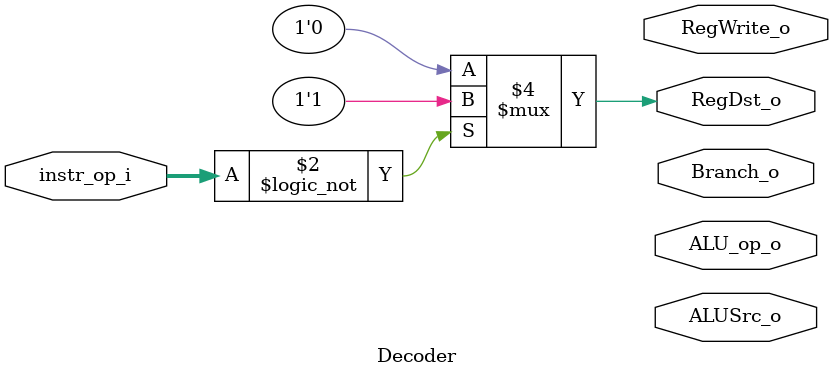
<source format=v>

module Decoder(
    instr_op_i,
    RegWrite_o,
    ALU_op_o,
    ALUSrc_o,
    RegDst_o,
    Branch_o
    );

//I/O ports
input  [6-1:0] instr_op_i;

output reg        RegWrite_o;
output reg[3-1:0] ALU_op_o;
output reg        ALUSrc_o;
output reg        RegDst_o;
output reg        Branch_o;

//ALUOP from decoder
localparam[3-1:0] R_TYPE=0, ADDI=1, SLTIU=2, BEQ=3, LUI=4, ORI=5, BNE=6;


//begin logic

always@(*) begin

    if(instr_op_i==5'b00000) begin
    RegDst_o = 1;
     

    end else begin
        RegDst_o = 0;


    end
end



endmodule

</source>
